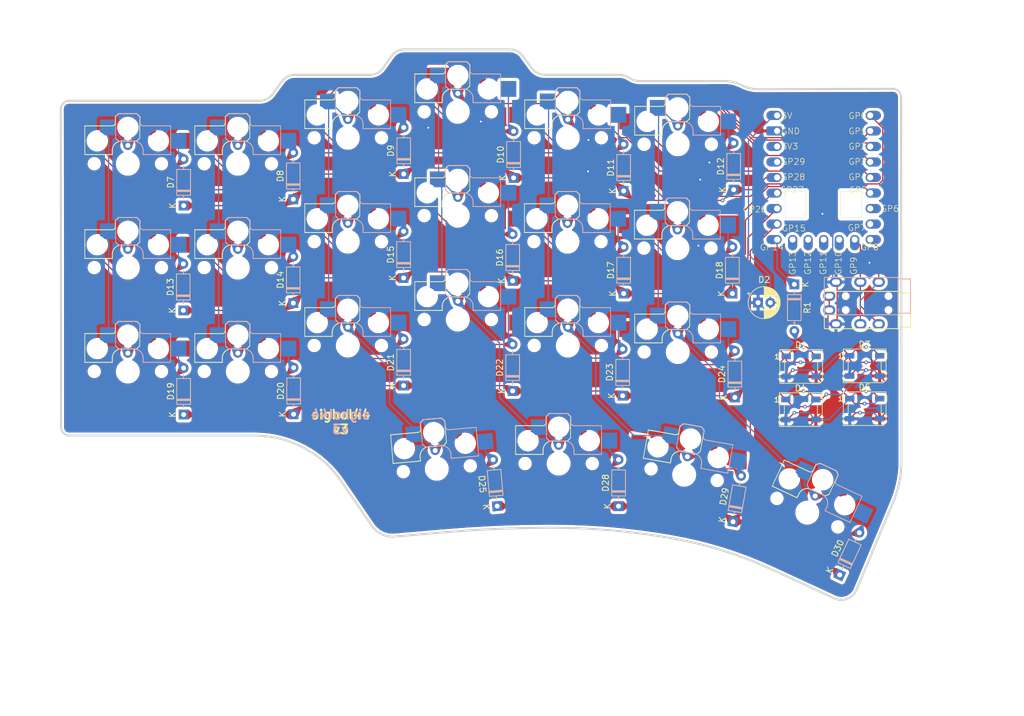
<source format=kicad_pcb>
(kicad_pcb (version 20241229) (generator "pcbnew") (generator_version "9.0")
  (layers (0 "F.Cu" signal) (2 "B.Cu" signal) (13 "F.Paste" user) (15 "B.Paste" user) (5 "F.SilkS" user "F.Silkscreen") (7 "B.SilkS" user "B.Silkscreen") (1 "F.Mask" user) (3 "B.Mask" user) (25 "Edge.Cuts" user))
  (net 0 "")
  (net 1 "Col 0")
  (net 2 "Col 1")
  (net 3 "Col 2")
  (net 4 "Col 3")
  (net 5 "Col 4")
  (net 6 "Col 5")
  (net 7 "Net-(D10-A)")
  (net 8 "Net-(D11-A)")
  (net 9 "Net-(D12-A)")
  (net 10 "Net-(D16-A)")
  (net 11 "Net-(D17-A)")
  (net 12 "Net-(D18-A)")
  (net 13 "Net-(D22-A)")
  (net 14 "Net-(D23-A)")
  (net 15 "Net-(D24-A)")
  (net 16 "Net-(D28-A)")
  (net 17 "Net-(D29-A)")
  (net 18 "Net-(D30-A)")
  (net 19 "Row 1")
  (net 20 "Row 2")
  (net 21 "Row 3")
  (net 22 "Row 0")
  (net 23 "Net-(D25-A)")
  (net 24 "TX")
  (net 25 "VCC")
  (net 26 "RX")
  (net 27 "GND")
  (net 28 "Net-(D1-DOUT)")
  (net 37 "Net-(D1-DIN)")
  (net 38 "Net-(D3-DOUT)")
  (net 39 "Net-(D4-DOUT)")
  (net 40 "LED_DIN")
  (net 41 "unconnected-(D5-DOUT-Pad2)")
  (net 42 "Net-(D7-A)")
  (net 43 "Net-(D8-A)")
  (net 44 "Net-(D9-A)")
  (net 45 "Net-(D13-A)")
  (net 46 "Net-(D14-A)")
  (net 47 "Net-(D15-A)")
  (net 48 "Net-(D19-A)")
  (net 49 "Net-(D20-A)")
  (net 50 "Net-(D21-A)")
  (footprint "sighol:Kailh_socket_PG1350 reversible HS-only" (layer "F.Cu") (at 135.633443 95.818165)
    (property "Reference" "CH28")
    (property "Value" "KS33_SW_HS")
  )
  (footprint "sighol:Kailh_socket_PG1350 reversible HS-only" (layer "F.Cu") (at 155.125 77.5625)
    (property "Reference" "CH24")
    (property "Value" "KS33_SW_HS")
  )
  (footprint "sighol:Kailh_socket_PG1350 reversible HS-only" (layer "F.Cu") (at 65.125 46.75)
    (property "Reference" "CH7")
    (property "Value" "KS33_SW_HS")
  )
  (footprint "sighol:D_DO-35_SOD27_P7.62mm_Horizontal" (layer "F.Cu") (at 92.197885 52.56 90)
    (property "Reference" "D8")
    (property "Value" "D_Small")
  )
  (footprint "sighol:D_DO-35_SOD27_P7.62mm_Horizontal" (layer "F.Cu") (at 146.265 51.192 90)
    (property "Reference" "D11")
    (property "Value" "D_Small")
  )
  (footprint "sighol:D_DO-35_SOD27_P7.62mm_Horizontal" (layer "F.Cu") (at 110.25 83.0575 90)
    (property "Reference" "D21")
    (property "Value" "D_Small")
  )
  (footprint "sighol:Kailh_socket_PG1350 reversible HS-only" (layer "F.Cu") (at 101.125 42.5)
    (property "Reference" "CH9")
    (property "Value" "KS33_SW_HS")
  )
  (footprint "sighol:Kailh_socket_PG1350 reversible HS-only" (layer "F.Cu") (at 137.125 76.5)
    (property "Reference" "CH23")
    (property "Value" "KS33_SW_HS")
  )
  (footprint "sighol:D_DO-35_SOD27_P7.62mm_Horizontal" (layer "F.Cu") (at 128.25 49.0575 90)
    (property "Reference" "D10")
    (property "Value" "D_Small")
  )
  (footprint "sighol:D_DO-35_SOD27_P7.62mm_Horizontal" (layer "F.Cu") (at 74.197885 70.7475 90)
    (property "Reference" "D13")
    (property "Value" "D_Small")
  )
  (footprint "sighol:Kailh_socket_PG1350 reversible HS-only" (layer "F.Cu") (at 83.125 80.75)
    (property "Reference" "CH20")
    (property "Value" "KS33_SW_HS")
  )
  (footprint "sighol:Kailh_socket_PG1350 reversible HS-only" (layer "F.Cu") (at 176.327543 103.847065 -25)
    (property "Reference" "CH30")
    (property "Value" "KS33_SW_HS")
  )
  (footprint "sighol:LED_WS2812B_PLCC4_5.0x5.0mm_P3.2mm_reversible" (layer "F.Cu") (at 175.315 79.932)
    (property "Reference" "D1")
    (property "Value" "WS2812B")
  )
  (footprint "sighol:Kailh_socket_PG1350 reversible HS-only" (layer "F.Cu") (at 137.072885 59.5)
    (property "Reference" "CH17")
    (property "Value" "KS33_SW_HS")
  )
  (footprint "sighol:D_DO-35_SOD27_P7.62mm_Horizontal" (layer "F.Cu") (at 74.25 53.6045 90)
    (property "Reference" "D7")
    (property "Value" "D_Small")
  )
  (footprint "sighol:Kailh_socket_PG1350 reversible HS-only" (layer "F.Cu") (at 155.125 43.5625)
    (property "Reference" "CH12")
    (property "Value" "KS33_SW_HS")
  )
  (footprint "sighol:Kailh_socket_PG1350 reversible HS-only" (layer "F.Cu") (at 137.125 42.5)
    (property "Reference" "CH11")
    (property "Value" "KS33_SW_HS")
  )
  (footprint "sighol:D_DO-35_SOD27_P7.62mm_Horizontal" (layer "F.Cu") (at 145.432843 102.792665 90)
    (property "Reference" "D28")
    (property "Value" "D_Small")
  )
  (footprint "sighol:Kailh_socket_PG1350 reversible HS-only" (layer "F.Cu") (at 155.072885 60.5625)
    (property "Reference" "CH18")
    (property "Value" "KS33_SW_HS")
  )
  (footprint "sighol:Kailh_socket_PG1350 reversible HS-only" (layer "F.Cu") (at 119.125 55.25)
    (property "Reference" "CH16")
    (property "Value" "KS33_SW_HS")
  )
  (footprint "sighol:D_DO-35_SOD27_P7.62mm_Horizontal" (layer "F.Cu") (at 164.465 84.992 90)
    (property "Reference" "D24")
    (property "Value" "D_Small")
  )
  (footprint "sighol:TRRS-PJ-320A" (layer "F.Cu") (at 191.210385 70.69 -90)
    (property "Reference" "J1")
    (property "Value" "AudioPlug4")
  )
  (footprint "sighol:D_DO-35_SOD27_P7.62mm_Horizontal" (layer "F.Cu") (at 110.265 48.435 90)
    (property "Reference" "D9")
    (property "Value" "D_Small")
  )
  (footprint "sighol:Kailh_socket_PG1350 reversible HS-only" (layer "F.Cu") (at 83.125 46.75)
    (property "Reference" "CH8")
    (property "Value" "KS33_SW_HS")
  )
  (footprint "sighol:LED_WS2812B_PLCC4_5.0x5.0mm_P3.2mm_reversible" (layer "F.Cu") (at 185.715 86.832)
    (property "Reference" "D5")
    (property "Value" "WS2812B")
  )
  (footprint "sighol:D_DO-35_SOD27_P7.62mm_Horizontal" (layer "F.Cu") (at 181.622668 114.035698 65)
    (property "Reference" "D30")
    (property "Value" "D_Small")
  )
  (footprint "sighol:D_DO-35_SOD27_P7.62mm_Horizontal" (layer "F.Cu") (at 164.065 67.992 90)
    (property "Reference" "D18")
    (property "Value" "D_Small")
  )
  (footprint "sighol:Kailh_socket_PG1350 reversible HS-only" (layer "F.Cu") (at 101.125 76.5)
    (property "Reference" "CH21")
    (property "Value" "KS33_SW_HS")
  )
  (footprint "sighol:Kailh_socket_PG1350 reversible HS-only" (layer "F.Cu") (at 119.125 38.25)
    (property "Reference" "CH10")
    (property "Value" "KS33_SW_HS")
  )
  (footprint "sighol:LED_WS2812B_PLCC4_5.0x5.0mm_P3.2mm_reversible" (layer "F.Cu") (at 185.715 79.832)
    (property "Reference" "D3")
    (property "Value" "WS2812B")
  )
  (footprint "sighol:LED_WS2812B_PLCC4_5.0x5.0mm_P3.2mm_reversible" (layer "F.Cu") (at 175.265 86.982)
    (property "Reference" "D4")
    (property "Value" "WS2812B")
  )
  (footprint "sighol:D_DO-35_SOD27_P7.62mm_Horizontal" (layer "F.Cu") (at 146.1 84.71 90)
    (property "Reference" "D23")
    (property "Value" "D_Small")
  )
  (footprint "sighol:Kailh_socket_PG1350 reversible HS-only" (layer "F.Cu") (at 83.125 63.75)
    (property "Reference" "CH14")
    (property "Value" "KS33_SW_HS")
  )
  (footprint "Capacitor_THT:CP_Radial_D5.0mm_P2.00mm" (layer "F.Cu") (at 168.265 69.482)
    (property "Reference" "D2")
    (property "Value" "D_Capacitance")
  )
  (footprint "sighol:Kailh_socket_PG1350 reversible HS-only" (layer "F.Cu") (at 119.125 72.25)
    (property "Reference" "CH22")
    (property "Value" "KS33_SW_HS")
  )
  (footprint "sighol:D_DO-35_SOD27_P7.62mm_Horizontal" (layer "F.Cu") (at 92.25 87.7475 90)
    (property "Reference" "D20")
    (property "Value" "D_Small")
  )
  (footprint "sighol:Kailh_socket_PG1350 reversible HS-only" (layer "F.Cu") (at 156.166443 97.642565 -10)
    (property "Reference" "CH29")
    (property "Value" "KS33_SW_HS")
  )
  (footprint "sighol:D_DO-35_SOD27_P7.62mm_Horizontal" (layer "F.Cu") (at 110.25 65.435 90)
    (property "Reference" "D15")
    (property "Value" "D_Small")
  )
  (footprint "sighol:D_DO-35_SOD27_P7.62mm_Horizontal" (layer "F.Cu") (at 164.171244 105.334783 80)
    (property "Reference" "D29")
    (property "Value" "D_Small")
  )
  (footprint "sighol:D_DO-35_SOD27_P7.62mm_Horizontal" (layer "F.Cu") (at 128.1 83.9375 90)
    (property "Reference" "D22")
    (property "Value" "D_Small")
  )
  (footprint "sighol:D_DO-35_SOD27_P7.62mm_Horizontal" (layer "F.Cu") (at 164.265 50.992 90)
    (property "Reference" "D12")
    (property "Value" "D_Small")
  )
  (footprint "sighol:Kailh_socket_PG1350 reversible HS-only" (layer "F.Cu") (at 65.125 63.75)
    (property "Reference" "CH13")
    (property "Value" "KS33_SW_HS")
  )
  (footprint "sighol:D_DO-35_SOD27_P7.62mm_Horizontal" (layer "F.Cu") (at 74.25 87.8045 90)
    (property "Reference" "D19")
    (property "Value" "D_Small")
  )
  (footprint "sighol:Kailh_socket_PG1350 reversible HS-only" (layer "F.Cu") (at 101.125 59.5)
    (property "Reference" "CH15")
    (property "Value" "KS33_SW_HS")
  )
  (footprint "sighol:D_DO-35_SOD27_P7.62mm_Horizontal" (layer "F.Cu") (at 125.564907 102.778167 95)
    (property "Reference" "D25")
    (property "Value" "D_Small")
  )
  (footprint "sighol:D_DO-35_SOD27_P7.62mm_Horizontal" (layer "F.Cu") (at 174.2 66.49 -90)
    (property "Reference" "R1")
    (property "Value" "R")
  )
  (footprint "sighol:Kailh_socket_PG1350 reversible HS-only" (layer "F.Cu") (at 65.125 80.75)
    (property "Reference" "CH19")
    (property "Value" "KS33_SW_HS")
  )
  (footprint "sighol:D_DO-35_SOD27_P7.62mm_Horizontal" (layer "F.Cu") (at 92.197885 69.56 90)
    (property "Reference" "D14")
    (property "Value" "D_Small")
  )
  (footprint "sighol:D_DO-35_SOD27_P7.62mm_Horizontal" (layer "F.Cu") (at 146.265 67.992 90)
    (property "Reference" "D17")
    (property "Value" "D_Small")
  )
  (footprint "sighol:RP2040 Zero" (layer "F.Cu") (at 179 49)
    (property "Reference" "RZ1" (hide yes))
    (property "Value" "RP2040-Zero" (hide yes))
    (fp_rect (start -6.3 2.25) (end -2.9 6.55) (stroke (width 0.05)) (fill no) (layer "Edge.Cuts"))
    (fp_rect (start 2.8 2.25) (end 6.2 6.55) (stroke (width 0.05)) (fill no) (layer "Edge.Cuts"))
  )
  (footprint "sighol:Kailh_socket_PG1350 reversible HS-only" (layer "F.Cu") (at 115.689543 96.671565 5)
    (property "Reference" "CH25")
    (property "Value" "KS33_SW_HS")
  )
  (footprint "sighol:D_DO-35_SOD27_P7.62mm_Horizontal" (layer "F.Cu") (at 128.1 65.91 90)
    (property "Reference" "D16")
    (property "Value" "D_Small")
  )
  (gr_poly (pts (xy 127.795073 28.031279) (xy 127.949673 28.045068) (xy 128.102394 28.067829) (xy 128.252884 28.099386) (xy 128.400789 28.139557) (xy 128.545754 28.188165) (xy 128.687426 28.245029) (xy 128.825452 28.309972) (xy 128.959477 28.382812) (xy 129.089148 28.463373) (xy 129.214112 28.551474) (xy 129.334014 28.646936) (xy 129.448502 28.74958) (xy 129.55722 28.859228) (xy 129.659816 28.975699) (xy 129.755936 29.098816) (xy 131.243186 31.124992) (xy 131.339306 31.248109) (xy 131.441902 31.364581) (xy 131.55062 31.474229) (xy 131.665107 31.576874) (xy 131.785008 31.672336) (xy 131.909971 31.760437) (xy 132.039642 31.840998) (xy 132.173667 31.913838) (xy 132.311692 31.97878) (xy 132.453364 32.035644) (xy 132.598329 32.084252) (xy 132.746234 32.124423) (xy 132.896724 32.155979) (xy 133.049447 32.178741) (xy 133.204048 32.192529) (xy 133.360174 32.197165) (xy 145.543345 32.197165) (xy 145.649119 32.199016) (xy 145.754537 32.204552) (xy 145.859505 32.213747) (xy 145.963933 32.226574) (xy 146.067727 32.243007) (xy 146.170797 32.263019) (xy 146.273049 32.286585) (xy 146.374393 32.313678) (xy 146.474735 32.344272) (xy 146.573984 32.37834) (xy 146.672048 32.415856) (xy 146.768835 32.456794) (xy 146.864253 32.501127) (xy 146.958209 32.548829) (xy 147.050612 32.599874) (xy 147.14137 32.654236) (xy 147.338376 32.77697) (xy 147.427133 32.830134) (xy 147.517499 32.880055) (xy 147.609384 32.926706) (xy 147.702699 32.970063) (xy 147.797354 33.010099) (xy 147.893258 33.046789) (xy 147.990321 33.080107) (xy 148.088453 33.110027) (xy 148.187564 33.136524) (xy 148.287565 33.159571) (xy 148.388365 33.179144) (xy 148.489874 33.195215) (xy 148.592002 33.20776) (xy 148.694659 33.216753) (xy 148.797755 33.222168) (xy 148.901201 33.22398) (xy 162.851893 33.22398) (xy 163.01593 33.226266) (xy 163.179615 33.23311) (xy 163.342858 33.244492) (xy 163.505564 33.260391) (xy 163.667643 33.280785) (xy 163.829002 33.305653) (xy 163.989548 33.334976) (xy 164.149189 33.368732) (xy 164.307834 33.4069) (xy 164.465389 33.449459) (xy 164.621763 33.496389) (xy 164.776863 33.547669) (xy 164.930597 33.603277) (xy 165.082873 33.663193) (xy 165.233598 33.727396) (xy 165.38268 33.795865) (xy 165.789437 33.989588) (xy 165.938495 34.05803) (xy 166.089206 34.122176) (xy 166.241474 34.182005) (xy 166.395208 34.237498) (xy 166.550312 34.288632) (xy 166.706695 34.335387) (xy 166.864261 34.377742) (xy 167.022918 34.415676) (xy 167.182571 34.449167) (xy 167.343128 34.478195) (xy 167.504495 34.502739) (xy 167.666579 34.522778) (xy 167.829285 34.53829) (xy 167.99252 34.549255) (xy 168.15619 34.555652) (xy 168.320203 34.55746) (xy 190.330033 34.49124) (xy 190.39595 34.492677) (xy 190.461427 34.497356) (xy 190.526358 34.505232) (xy 190.59063 34.516259) (xy 190.654136 34.530394) (xy 190.716767 34.547591) (xy 190.778412 34.567805) (xy 190.838963 34.590991) (xy 190.898311 34.617104) (xy 190.956345 34.6461) (xy 191.012957 34.677933) (xy 191.068038 34.712559) (xy 191.121478 34.749932) (xy 191.173169 34.790008) (xy 191.222999 34.832742) (xy 191.270862 34.878088) (xy 191.316416 34.925753) (xy 191.359367 34.975397) (xy 191.399668 35.026913) (xy 191.437275 35.08019) (xy 191.472141 35.135121) (xy 191.504222 35.191595) (xy 191.533471 35.249503) (xy 191.559845 35.308737) (xy 191.583295 35.369188) (xy 191.603779 35.430745) (xy 191.62125 35.493301) (xy 191.635662 35.556746) (xy 191.64697 35.62097) (xy 191.65513 35.685866) (xy 191.660094 35.751323) (xy 191.661819 35.817232) (xy 191.74192 95.346878) (xy 191.737126 95.779435) (xy 191.721606 96.21127) (xy 191.695399 96.642189) (xy 191.658544 97.071997) (xy 191.611079 97.500498) (xy 191.553043 97.927499) (xy 191.484476 98.352803) (xy 191.405416 98.776216) (xy 191.315902 99.197543) (xy 191.215973 99.616588) (xy 191.105669 100.033157) (xy 190.985027 100.447056) (xy 190.854087 100.858088) (xy 190.712887 101.266059) (xy 190.561467 101.670774) (xy 190.399865 102.072038) (xy 184.402598 116.445438) (xy 184.34606 116.571815) (xy 184.283481 116.694603) (xy 184.215046 116.813623) (xy 184.14094 116.928692) (xy 184.061349 117.039629) (xy 183.976459 117.146254) (xy 183.886455 117.248385) (xy 183.791523 117.345841) (xy 183.691848 117.43844) (xy 183.587616 117.526002) (xy 183.479012 117.608345) (xy 183.366222 117.685288) (xy 183.249431 117.75665) (xy 183.128825 117.82225) (xy 183.00459 117.881906) (xy 182.876911 117.935438) (xy 182.746681 117.982425) (xy 182.614843 118.022573) (xy 182.481655 118.055888) (xy 182.347377 118.082378) (xy 182.212268 118.102052) (xy 182.076588 118.114917) (xy 181.940595 118.120981) (xy 181.804548 118.120252) (xy 181.668707 118.112738) (xy 181.533331 118.098446) (xy 181.398679 118.077386) (xy 181.265011 118.049564) (xy 181.132584 118.014989) (xy 181.00166 117.973668) (xy 180.872495 117.925609) (xy 180.745351 117.870821) (xy 170.364325 113.081605) (xy 168.433854 112.228665) (xy 166.478303 111.439344) (xy 164.499257 110.714136) (xy 162.498298 110.053535) (xy 160.477007 109.458034) (xy 158.436968 108.928128) (xy 156.379763 108.46431) (xy 154.306974 108.067073) (xy 153.975905 108.009164) (xy 151.536494 107.609966) (xy 149.089808 107.2643) (xy 146.636731 106.972243) (xy 144.178149 106.733869) (xy 141.714948 106.549256) (xy 139.248013 106.418479) (xy 136.778229 106.341615) (xy 134.306482 106.318739) (xy 133.796053 106.319439) (xy 129.562107 106.37143) (xy 125.330743 106.513174) (xy 121.103336 106.744607) (xy 116.881262 107.065667) (xy 108.812424 107.76536) (xy 108.672602 107.775122) (xy 108.53315 107.780163) (xy 108.39417 107.780531) (xy 108.255764 107.776275) (xy 107.981077 107.754079) (xy 107.709902 107.713959) (xy 107.44305 107.6563) (xy 107.181331 107.581484) (xy 106.925559 107.489896) (xy 106.676544 107.38192) (xy 106.435099 107.257939) (xy 106.202034 107.118337) (xy 105.978162 106.963498) (xy 105.764294 106.793807) (xy 105.561241 106.609645) (xy 105.369815 106.411399) (xy 105.278716 106.307113) (xy 105.190829 106.19945) (xy 105.106253 106.088458) (xy 105.025092 105.974184) (xy 100.035507 98.692873) (xy 99.411244 97.839372) (xy 98.740364 97.03124) (xy 98.025408 96.269814) (xy 97.268913 95.556432) (xy 96.473418 94.892433) (xy 95.641462 94.279153) (xy 94.775584 93.717931) (xy 93.878322 93.210104) (xy 92.952215 92.757012) (xy 91.999802 92.35999) (xy 91.023622 92.020378) (xy 90.026213 91.739513) (xy 89.010114 91.518733) (xy 87.977863 91.359376) (xy 86.932001 91.26278) (xy 85.875064 91.230283) (xy 55.532802 91.230283) (xy 55.464342 91.228553) (xy 55.396779 91.223419) (xy 55.330196 91.214963) (xy 55.264679 91.203271) (xy 55.20031 91.188424) (xy 55.137172 91.170506) (xy 55.07535 91.149602) (xy 55.014926 91.125794) (xy 54.955985 91.099165) (xy 54.89861 91.0698) (xy 54.842884 91.037782) (xy 54.788891 91.003193) (xy 54.736714 90.966119) (xy 54.686438 90.926641) (xy 54.638145 90.884844) (xy 54.591919 90.840811) (xy 54.547843 90.794625) (xy 54.506002 90.746371) (xy 54.466478 90.69613) (xy 54.429356 90.643988) (xy 54.394718 90.590026) (xy 54.362649 90.53433) (xy 54.333231 90.476981) (xy 54.306549 90.418065) (xy 54.282685 90.357663) (xy 54.261724 90.29586) (xy 54.243749 90.232738) (xy 54.228843 90.168383) (xy 54.21709 90.102876) (xy 54.208574 90.036301) (xy 54.203378 89.968743) (xy 54.201585 89.900283) (xy 54.15385 37.78) (xy 54.155425 37.714069) (xy 54.16024 37.648582) (xy 54.168251 37.58365) (xy 54.179411 37.519381) (xy 54.193676 37.455884) (xy 54.211001 37.393269) (xy 54.231341 37.331645) (xy 54.25465 37.27112) (xy 54.280883 37.211805) (xy 54.309996 37.153807) (xy 54.341944 37.097237) (xy 54.37668 37.042204) (xy 54.41416 36.988816) (xy 54.454339 36.937183) (xy 54.497172 36.887414) (xy 54.542613 36.839618) (xy 54.590368 36.794133) (xy 54.640098 36.751255) (xy 54.691694 36.71103) (xy 54.745047 36.673501) (xy 54.800049 36.638715) (xy 54.856589 36.606716) (xy 54.914559 36.57755) (xy 54.973849 36.551263) (xy 55.034352 36.527899) (xy 55.095957 36.507503) (xy 55.158555 36.490121) (xy 55.222038 36.475798) (xy 55.286297 36.464579) (xy 55.351221 36.45651) (xy 55.416703 36.451635) (xy 55.482633 36.45) (xy 86.667856 36.45) (xy 86.823968 36.445361) (xy 86.978553 36.431565) (xy 87.131258 36.40879) (xy 87.281727 36.377216) (xy 87.429607 36.337023) (xy 87.574545 36.288389) (xy 87.716185 36.231496) (xy 87.854175 36.166521) (xy 87.988159 36.093644) (xy 88.117784 36.013045) (xy 88.242697 35.924904) (xy 88.362542 35.829399) (xy 88.476965 35.72671) (xy 88.585614 35.617017) (xy 88.688134 35.500499) (xy 88.78417 35.377335) (xy 90.323626 33.277237) (xy 90.419662 33.154073) (xy 90.522182 33.037555) (xy 90.630831 32.927862) (xy 90.745254 32.825173) (xy 90.865099 32.729667) (xy 90.990011 32.641525) (xy 91.119637 32.560926) (xy 91.253621 32.488049) (xy 91.39161 32.423074) (xy 91.53325 32.366179) (xy 91.678187 32.317546) (xy 91.826067 32.277352) (xy 91.976536 32.245778) (xy 92.129239 32.223003) (xy 92.283824 32.209206) (xy 92.439935 32.204567) (xy 104.748569 32.204562) (xy 104.904378 32.199865) (xy 105.058618 32.185897) (xy 105.210927 32.162845) (xy 105.360942 32.130897) (xy 105.508302 32.090237) (xy 105.652644 32.041054) (xy 105.793606 31.983533) (xy 105.930827 31.917861) (xy 106.063943 31.844225) (xy 106.192593 31.762812) (xy 106.316415 31.673807) (xy 106.435046 31.577398) (xy 106.548125 31.473772) (xy 106.655288 31.363114) (xy 106.756175 31.245612) (xy 106.850423 31.121451) (xy 108.28409 29.109607) (xy 108.284086 29.109628) (xy 108.284082 29.109649) (xy 108.284073 29.10969) (xy 108.284063 29.10973) (xy 108.284059 29.10975) (xy 108.284055 29.109769) (xy 108.378302 28.985609) (xy 108.479189 28.868106) (xy 108.586352 28.757448) (xy 108.69943 28.65382) (xy 108.81806 28.557411) (xy 108.941881 28.468405) (xy 109.070531 28.386991) (xy 109.203646 28.313354) (xy 109.340866 28.247681) (xy 109.481828 28.190159) (xy 109.626169 28.140974) (xy 109.773529 28.100313) (xy 109.923544 28.068363) (xy 110.075853 28.04531) (xy 110.230094 28.031341) (xy 110.385904 28.026643) (xy 127.638948 28.026643)) (stroke (width 0.352448)) (fill no) (layer "Edge.Cuts"))
  (gr_text "sighol44\nv3" (at 100 91.1 0) (layer "F.SilkS") (effects (font (size 1.5 1.5) (thickness 0.3) (bold yes)) (justify bottom)))
  (gr_text "sighol44\nv3" (at 99.9 91.1 -0) (layer "B.SilkS") (effects (font (size 1.5 1.5) (thickness 0.3) (bold yes)) (justify bottom mirror)))
  (segment (start 188.671 40.891) (end 186.62 38.84) (width 0.2) (layer "F.Cu") (net 1))
  (segment (start 145.4376 44.9665) (end 152.5641 52.093) (width 0.2) (layer "F.Cu") (net 1))
  (segment (start 68.075 74.8) (end 65.125 77.75) (width 0.2) (layer "F.Cu") (net 1))
  (segment (start 96.014385 44.9665) (end 145.4376 44.9665) (width 0.2) (layer "F.Cu") (net 1))
  (segment (start 68.4 40.8) (end 68.075 40.8) (width 0.2) (layer "F.Cu") (net 1))
  (segment (start 68.4 40.8) (end 68.952209 40.247791) (width 0.2) (layer "F.Cu") (net 1))
  (segment (start 89.980885 51) (end 96.014385 44.9665) (width 0.2) (layer "F.Cu") (net 1))
  (segment (start 68.4 57.8) (end 68.4 56.3) (width 0.2) (layer "F.Cu") (net 1))
  (segment (start 68.075 40.8) (end 65.125 43.75) (width 0.2) (layer "F.Cu") (net 1))
  (segment (start 68.4 56.3) (end 73.7 51) (width 0.2) (layer "F.Cu") (net 1))
  (segment (start 188.055338 50.051) (end 188.671 49.435338) (width 0.2) (layer "F.Cu") (net 1))
  (segment (start 152.5641 52.093) (end 167.021985 52.093) (width 0.2) (layer "F.Cu") (net 1))
  (segment (start 167.021985 52.093) (end 169.063985 50.051) (width 0.2) (layer "F.Cu") (net 1))
  (segment (start 68.075 57.8) (end 65.125 60.75) (width 0.2) (layer "F.Cu") (net 1))
  (segment (start 188.671 49.435338) (end 188.671 40.891) (width 0.2) (layer "F.Cu") (net 1))
  (segment (start 68.4 57.8) (end 68.075 57.8) (width 0.2) (layer "F.Cu") (net 1))
  (segment (start 68.4 74.8) (end 68.075 74.8) (width 0.2) (layer "F.Cu") (net 1))
  (segment (start 169.063985 50.051) (end 188.055338 50.051) (width 0.2) (layer "F.Cu") (net 1))
  (segment (start 73.7 51) (end 89.980885 51) (width 0.2) (layer "F.Cu") (net 1))
  (segment (start 61.85 74.8) (end 62.175 74.8) (width 0.2) (layer "B.Cu") (net 1))
  (segment (start 61.85 57.8) (end 61.976 57.926) (width 0.2) (layer "B.Cu") (net 1))
  (segment (start 62.175 57.8) (end 65.125 60.75) (width 0.2) (layer "B.Cu") (net 1))
  (segment (start 61.976 57.674) (end 61.85 57.8) (width 0.2) (layer "B.Cu") (net 1))
  (segment (start 61.976 57.926) (end 61.976 74.674) (width 0.2) (layer "B.Cu") (net 1))
  (segment (start 61.85 40.8) (end 62.175 40.8) (width 0.2) (layer "B.Cu") (net 1))
  (segment (start 62.175 40.8) (end 65.125 43.75) (width 0.2) (layer "B.Cu") (net 1))
  (segment (start 61.85 57.8) (end 62.175 57.8) (width 0.2) (layer "B.Cu") (net 1))
  (segment (start 61.976 74.674) (end 61.85 74.8) (width 0.2) (layer "B.Cu") (net 1))
  (segment (start 61.85 40.8) (end 61.976 40.926) (width 0.2) (layer "B.Cu") (net 1))
  (segment (start 61.976 40.926) (end 61.976 57.674) (width 0.2) (layer "B.Cu") (net 1))
  (segment (start 62.175 74.8) (end 65.125 77.75) (width 0.2) (layer "B.Cu") (net 1))
  (segment (start 86.4 74.8) (end 86.075 74.8) (width 0.2) (layer "F.Cu") (net 2))
  (segment (start 86.075 40.8) (end 83.125 43.75) (width 0.2) (layer "F.Cu") (net 2))
  (segment (start 167.5917 42.468) (end 185.532 42.468) (width 0.2) (layer "F.Cu") (net 2))
  (segment (start 86.4 57.8) (end 86.075 57.8) (width 0.2) (layer "F.Cu") (net 2))
  (segment (start 159.0207 33.897) (end 167.5917 42.468) (width 0.2) (layer "F.Cu") (net 2))
  (segment (start 105.3589 34.699) (end 110.0099 30.048) (width 0.2) (layer "F.Cu") (net 2))
  (segment (start 86.075 74.8) (end 83.125 77.75) (width 0.2) (layer "F.Cu") (net 2))
  (segment (start 98.948885 34.699) (end 105.3589 34.699) (width 0.2) (layer "F.Cu") (net 2))
  (segment (start 86.4 40.8) (end 91.05 36.15) (width 0.2) (layer "F.Cu") (net 2))
  (segment (start 132.752291 33.897) (end 159.0207 33.897) (width 0.2) (layer "F.Cu") (net 2))
  (segment (start 128.903291 30.048) (end 132.752291 33.897) (width 0.2) (layer "F.Cu") (net 2))
  (segment (start 185.532 42.468) (end 186.62 41.38) (width 0.2) (layer "F.Cu") (net 2))
  (segment (start 86.4 40.8) (end 86.075 40.8) (width 0.2) (layer "F.Cu") (net 2))
  (segment (start 91.05 36.15) (end 97.497885 36.15) (width 0.2) (layer "F.Cu") (net 2))
  (segment (start 86.075 57.8) (end 83.125 60.75) (width 0.2) (layer "F.Cu") (net 2))
  (segment (start 110.0099 30.048) (end 128.903291 30.048) (width 0.2) (layer "F.Cu") (net 2))
  (segment (start 97.497885 36.15) (end 98.948885 34.699) (width 0.2) (layer "F.Cu") (net 2))
  (segment (start 80.175 57.8) (end 83.125 60.75) (width 0.2) (layer "B.Cu") (net 2))
  (segment (start 80.175 74.8) (end 83.125 77.75) (width 0.2) (layer "B.Cu") (net 2))
  (segment (start 79.85 57.8) (end 79.976 57.926) (width 0.2) (layer "B.Cu") (net 2))
  (segment (start 79.85 57.8) (end 80.175 57.8) (width 0.2) (layer "B.Cu") (net 2))
  (segment (start 79.976 57.674) (end 79.85 57.8) (width 0.2) (layer "B.Cu") (net 2))
  (segment (start 79.85 40.8) (end 80.175 40.8) (width 0.2) (layer "B.Cu") (net 2))
  (segment (start 79.85 40.8) (end 79.976 40.926) (width 0.2) (layer "B.Cu") (net 2))
  (segment (start 79.976 74.674) (end 79.85 74.8) (width 0.2) (layer "B.Cu") (net 2))
  (segment (start 79.85 74.8) (end 80.175 74.8) (width 0.2) (layer "B.Cu") (net 2))
  (segment (start 79.976 57.926) (end 79.976 74.674) (width 0.2) (layer "B.Cu") (net 2))
  (segment (start 79.976 40.926) (end 79.976 57.674) (width 0.2) (layer "B.Cu") (net 2))
  (segment (start 80.175 40.8) (end 83.125 43.75) (width 0.2) (layer "B.Cu") (net 2))
  (segment (start 174.516885 42.869) (end 174.997885 43.35) (width 0.2) (layer "F.Cu") (net 3))
  (segment (start 110.176 30.449) (end 128.737191 30.449) (width 0.2) (layer "F.Cu") (net 3))
  (segment (start 132.586191 34.298) (end 158.8546 34.298) (width 0.2) (layer "F.Cu") (net 3))
  (segment (start 158.8546 34.298) (end 167.4256 42.869) (width 0.2) (layer "F.Cu") (net 3))
  (segment (start 104.4 36.55) (end 104.075 36.55) (width 0.2) (layer "F.Cu") (net 3))
  (segment (start 174.997885 43.35) (end 186.05 43.35) (width 0.2) (layer "F.Cu") (net 3))
  (segment (start 128.737191 30.449) (end 132.586191 34.298) (width 0.2) (layer "F.Cu") (net 3))
  (segment (start 118.433504 90.677553) (end 115.428076 93.682981) (width 0.2) (layer "F.Cu") (net 3))
  (segment (start 104.075 36.55) (end 101.125 39.5) (width 0.2) (layer "F.Cu") (net 3))
  (segment (start 104.4 53.55) (end 104.075 53.55) (width 0.2) (layer "F.Cu") (net 3))
  (segment (start 101.125 39.5) (end 110.176 30.449) (width 0.2) (layer "F.Cu") (net 3))
  (segment (start 118.433504 90.458771) (end 118.433504 90.677553) (width 0.2) (layer "F.Cu") (net 3))
  (segment (start 186.05 43.35) (end 186.62 43.92) (width 0.2) (layer "F.Cu") (net 3))
  (segment (start 104.075 70.55) (end 101.125 73.5) (width 0.2) (layer "F.Cu") (net 3))
  (segment (start 104.4 70.55) (end 104.075 70.55) (width 0.2) (layer "F.Cu") (net 3))
  (segment (start 104.075 53.55) (end 101.125 56.5) (width 0.2) (layer "F.Cu") (net 3))
  (segment (start 167.4256 42.869) (end 174.516885 42.869) (width 0.2) (layer "F.Cu") (net 3))
  (segment (start 97.85 53.55) (end 97.976 53.676) (width 0.2) (layer "B.Cu") (net 3))
  (segment (start 97.976 70.424) (end 97.85 70.55) (width 0.2) (layer "B.Cu") (net 3))
  (segment (start 97.85 36.55) (end 97.976 36.676) (width 0.2) (layer "B.Cu") (net 3))
  (segment (start 97.85 53.55) (end 98.175 53.55) (width 0.2) (layer "B.Cu") (net 3))
  (segment (start 112.774737 91.029642) (end 115.428076 93.682981) (width 0.2) (layer "B.Cu") (net 3))
  (segment (start 107.947885 80.322885) (end 107.947885 86.0625) (width 0.2) (layer "B.Cu") (net 3))
  (segment (start 111.908429 91.029642) (end 112.774737 91.029642) (width 0.2) (layer "B.Cu") (net 3))
  (segment (start 98.175 53.55) (end 101.125 56.5) (width 0.2) (layer "B.Cu") (net 3))
  (segment (start 98.175 70.55) (end 101.125 73.5) (width 0.2) (layer "B.Cu") (net 3))
  (segment (start 101.125 73.5) (end 107.947885 80.322885) (width 0.2) (layer "B.Cu") (net 3))
  (segment (start 111.908429 90.023044) (end 111.908429 91.029642) (width 0.2) (layer "B.Cu") (net 3))
  (segment (start 97.976 53.424) (end 97.85 53.55) (width 0.2) (layer "B.Cu") (net 3))
  (segment (start 98.175 36.55) (end 101.125 39.5) (width 0.2) (layer "B.Cu") (net 3))
  (segment (start 107.947885 86.0625) (end 111.908429 90.023044) (width 0.2) (layer "B.Cu") (net 3))
  (segment (start 97.85 70.55) (end 98.175 70.55) (width 0.2) (layer "B.Cu") (net 3))
  (segment (start 97.976 53.676) (end 97.976 70.424) (width 0.2) (layer "B.Cu") (net 3))
  (segment (start 97.976 36.676) (end 97.976 53.424) (width 0.2) (layer "B.Cu") (net 3))
  (segment (start 97.85 36.55) (end 98.175 36.55) (width 0.2) (layer "B.Cu") (net 3))
  (segment (start 134.158291 36.899) (end 136.358291 34.699) (width 0.2) (layer "F.Cu") (net 4))
  (segment (start 122.075 32.3) (end 119.125 35.25) (width 0.2) (layer "F.Cu") (net 4))
  (segment (start 122.4 32.3) (end 122.075 32.3) (width 0.2) (layer "F.Cu") (net 4))
  (segment (start 185.569 45.409) (end 186.62 46.46) (width 0.2) (layer "F.Cu") (net 4))
  (segment (start 122.4 66.3) (end 122.075 66.3) (width 0.2) (layer "F.Cu") (net 4))
  (segment (start 138.583443 89.868165) (end 135.633443 92.818165) (width 0.2) (layer "F.Cu") (net 4))
  (segment (start 122.075 49.3) (end 119.125 52.25) (width 0.2) (layer "F.Cu") (net 4))
  (segment (start 120.774 36.899) (end 134.158291 36.899) (width 0.2) (layer "F.Cu") (net 4))
  (segment (start 136.358291 34.699) (end 158.6885 34.699) (width 0.2) (layer "F.Cu") (net 4))
  (segment (start 169.3985 45.409) (end 185.569 45.409) (width 0.2) (layer "F.Cu") (net 4))
  (segment (start 122.075 66.3) (end 119.125 69.25) (width 0.2) (layer "F.Cu") (net 4))
  (segment (start 119.125 35.25) (end 120.774 36.899) (width 0.2) (layer "F.Cu") (net 4))
  (segment (start 138.908443 89.868165) (end 138.583443 89.868165) (width 0.2) (layer "F.Cu") (net 4))
  (segment (start 158.6885 34.699) (end 169.3985 45.409) (width 0.2) (layer "F.Cu") (net 4))
  (segment (start 122.4 49.3) (end 122.075 49.3) (width 0.2) (layer "F.Cu") (net 4))
  (segment (start 125.947885 76.072885) (end 125.947885 85) (width 0.2) (layer "B.Cu") (net 4))
  (segment (start 132.358443 89.868165) (end 132.683443 89.868165) (width 0.2) (layer "B.Cu") (net 4))
  (segment (start 125.947885 85) (end 130.81605 89.868165) (width 0.2) (layer "B.Cu") (net 4))
  (segment (start 132.683443 89.868165) (end 135.633443 92.818165) (width 0.2) (layer "B.Cu") (net 4))
  (segment (start 119.125 69.25) (end 125.947885 76.072885) (width 0.2) (layer "B.Cu") (net 4))
  (segment (start 115.976 49.174) (end 115.85 49.3) (width 0.2) (layer "B.Cu") (net 4))
  (segment (start 115.85 32.3) (end 115.976 32.426) (width 0.2) (layer "B.Cu") (net 4))
  (segment (start 115.85 32.3) (end 116.175 32.3) (width 0.2) (layer "B.Cu") (net 4))
  (segment (start 115.85 49.3) (end 116.497885 49.947885) (width 0.2) (layer "B.Cu") (net 4))
  (segment (start 115.976 32.426) (end 115.976 49.174) (width 0.2) (layer "B.Cu") (net 4))
  (segment (start 116.497885 65.652115) (end 115.85 66.3) (width 0.2) (layer "B.Cu") (net 4))
  (segment (start 115.85 49.3) (end 116.175 49.3) (width 0.2) (layer "B.Cu") (net 4))
  (segment (start 130.81605 89.868165) (end 132.358443 89.868165) (width 0.2) (layer "B.Cu") (net 4))
  (segment (start 116.175 32.3) (end 119.125 35.25) (width 0.2) (layer "B.Cu") (net 4))
  (segment (start 116.175 66.3) (end 119.125 69.25) (width 0.2) (layer "B.Cu") (net 4))
  (segment (start 115.85 66.3) (end 116.175 66.3) (width 0.2) (layer "B.Cu") (net 4))
  (segment (start 116.497885 49.947885) (end 116.497885 65.652115) (width 0.2) (layer "B.Cu") (net 4))
  (segment (start 116.175 49.3) (end 119.125 52.25) (width 0.2) (layer "B.Cu") (net 4))
  (segment (start 137.125 39.5) (end 138.26305 40.63805) (width 0.2) (layer "F.Cu") (net 5))
  (segment (start 140.022885 53.55) (end 137.072885 56.5) (width 0.2) (layer "F.Cu") (net 5))
  (segment (start 143.976 40.63805) (end 145.80895 42.471) (width 0.2) (layer "F.Cu") (net 5))
  (segment (start 140.075 70.55) (end 137.125 73.5) (width 0.2) (layer "F.Cu") (net 5))
  (segment (start 160.424895 92.351657) (end 158.08841 94.688142) (width 0.2) (layer "F.Cu") (net 5))
  (segment (start 140.4 70.55) (end 140.075 70.55) (width 0.2) (layer "F.Cu") (net 5))
  (segment (start 138.26305 40.63805) (end 143.976 40.63805) (width 0.2) (layer "F.Cu") (net 5))
  (segment (start 146.72105 42.471) (end 152.19905 47.949) (width 0.2) (layer "F.Cu") (net 5))
  (segment (start 145.80895 42.471) (end 146.72105 42.471) (width 0.2) (layer "F.Cu") (net 5))
  (segment (start 140.4 36.55) (end 140.075 36.55) (width 0.2) (layer "F.Cu") (net 5))
  (segment (start 152.19905 47.949) (end 185.569 47.949) (width 0.2) (layer "F.Cu") (net 5))
  (segment (start 140.075 36.55) (end 137.125 39.5) (width 0.2) (layer "F.Cu") (net 5))
  (segment (start 158.08841 94.688142) (end 156.687389 94.688142) (width 0.2) (layer "F.Cu") (net 5))
  (segment (start 140.347885 53.55) (end 140.022885 53.55) (width 0.2) (layer "F.Cu") (net 5))
  (segment (start 185.569 47.949) (end 186.62 49) (width 0.2) (layer "F.Cu") (net 5))
  (segment (start 134.175 70.55) (end 137.125 73.5) (width 0.2) (layer "B.Cu") (net 5))
  (segment (start 133.923885 70.476115) (end 133.85 70.55) (width 0.2) (layer "B.Cu") (net 5))
  (segment (start 137.125 73.5) (end 141.697885 78.072885) (width 0.2) (layer "B.Cu") (net 5))
  (segment (start 134.122885 53.55) (end 137.072885 56.5) (width 0.2) (layer "B.Cu") (net 5))
  (segment (start 133.797885 53.55) (end 134.122885 53.55) (width 0.2) (layer "B.Cu") (net 5))
  (segment (start 133.976 53.371885) (end 133.797885 53.55) (width 0.2) (layer "B.Cu") (net 5))
  (segment (start 133.85 36.55) (end 133.976 36.676) (width 0.2) (layer "B.Cu") (net 5))
  (segment (start 133.797885 53.55) (end 133.923885 53.676) (width 0.2) (layer "B.Cu") (net 5))
  (segment (start 141.697885 85) (end 147.912146 91.214261) (width 0.2) (layer "B.Cu") (net 5))
  (segment (start 133.976 36.676) (end 133.976 53.371885) (width 0.2) (layer "B.Cu") (net 5))
  (segment (start 153.974404 91.214261) (end 153.974404 91.975157) (width 0.2) (layer "B.Cu") (net 5))
  (segment (start 133.85 70.55) (end 134.175 70.55) (width 0.2) (layer "B.Cu") (net 5))
  (segment (start 147.912146 91.214261) (end 153.974404 91.214261) (width 0.2) (layer "B.Cu") (net 5))
  (segment (start 153.974404 91.975157) (end 156.687389 94.688142) (width 0.2) (layer "B.Cu") (net 5))
  (segment (start 133.923885 53.676) (end 133.923885 70.476115) (width 0.2) (layer "B.Cu") (net 5))
  (segment (start 133.85 36.55) (end 134.175 36.55) (width 0.2) (layer "B.Cu") (net 5))
  (segment (start 134.175 36.55) (end 137.125 39.5) (width 0.2) (layer "B.Cu") (net 5))
  (segment (start 141.697885 78.072885) (end 141.697885 85) (width 0.2) (layer "B.Cu") (net 5))
  (segment (start 158.4 71.6125) (end 158.075 71.6125) (width 0.2) (layer "F.Cu") (net 6))
  (segment (start 158.075 71.6125) (end 155.125 74.5625) (width 0.2) (layer "F.Cu") (net 6))
  (segment (start 158.075 37.6125) (end 155.125 40.5625) (width 0.2) (layer "F.Cu") (net 6))
  (segment (start 158.4 37.6125) (end 158.075 37.6125) (width 0.2) (layer "F.Cu") (net 6))
  (segment (start 180.520746 101.128142) (end 177.595398 101.128142) (width 0.2) (layer "F.Cu") (net 6))
  (segment (start 185.569 50.489) (end 186.62 51.54) (width 0.2) (layer "F.Cu") (net 6))
  (segment (start 158.347885 54.6125) (end 165.821162 54.6125) (width 0.2) (layer "F.Cu") (net 6))
  (segment (start 158.4 54.6125) (end 158.075 54.6125) (width 0.2) (layer "F.Cu") (net 6))
  (segment (start 169.944662 50.489) (end 185.569 50.489) (width 0.2) (layer "F.Cu") (net 6))
  (segment (start 158.075 54.6125) (end 155.125 57.5625) (width 0.2) (layer "F.Cu") (net 6))
  (segment (start 165.821162 54.6125) (end 169.944662 50.489) (width 0.2) (layer "F.Cu") (net 6))
  (segment (start 181.81028 99.838608) (end 180.520746 101.128142) (width 0.2) (layer "F.Cu") (net 6))
  (segment (start 151.85 37.6125) (end 151.976 37.7385) (width 0.2) (layer "B.Cu") (net 6))
  (segment (start 151.976 54.434385) (end 151.797885 54.6125) (width 0.2) (layer "B.Cu") (net 6))
  (segment (start 151.923885 54.7385) (end 151.923885 71.538615) (width 0.2) (layer "B.Cu") (net 6))
  (segment (start 152.175 71.6125) (end 155.125 74.5625) (width 0.2) (layer "B.Cu") (net 6))
  (segment (start 151.85 71.6125) (end 152.175 71.6125) (width 0.2) (layer "B.Cu") (net 6))
  (segment (start 151.85 37.6125) (end 152.175 37.6125) (width 0.2) (layer "B.Cu") (net 6))
  (segment (start 152.175 54.6125) (end 155.125 57.5625) (width 0.2) (layer "B.Cu") (net 6))
  (segment (start 151.976 37.7385) (end 151.976 54.434385) (width 0.2) (layer "B.Cu") (net 6))
  (segment (start 161.947885 85) (end 173.040111 96.092226) (width 0.2) (layer "B.Cu") (net 6))
  (segment (start 155.125 74.5625) (end 161.947885 81.385385) (width 0.2) (layer "B.Cu") (net 6))
  (segment (start 161.947885 81.385385) (end 161.947885 85) (width 0.2) (layer "B.Cu") (net 6))
  (segment (start 173.040111 96.092226) (end 174.895731 96.092226) (width 0.2) (layer "B.Cu") (net 6))
  (segment (start 175.873964 97.070459) (end 175.873964 99.406708) (width 0.2) (layer "B.Cu") (net 6))
  (segment (start 174.895731 96.092226) (end 175.873964 97.070459) (width 0.2) (layer "B.Cu") (net 6))
  (segment (start 175.873964 99.406708) (end 177.595398 101.128142) (width 0.2) (layer "B.Cu") (net 6))
  (segment (start 152.175 37.6125) (end 155.125 40.5625) (width 0.2) (layer "B.Cu") (net 6))
  (segment (start 151.923885 71.538615) (end 151.85 71.6125) (width 0.2) (layer "B.Cu") (net 6))
  (segment (start 151.85 54.6125) (end 152.175 54.6125) (width 0.2) (layer "B.Cu") (net 6))
  (segment (start 151.797885 54.6125) (end 151.923885 54.7385) (width 0.2) (layer "B.Cu") (net 6))
  (segment (start 113.3981 37.0481) (end 115.002042 37.0481) (width 0.2) (layer "F.Cu") (net 7))
  (segment (start 110.85 34.5) (end 113.3981 37.0481) (width 0.2) (layer "F.Cu") (net 7))
  (segment (start 119.391442 41.4375) (end 128.25 41.4375) (width 0.2) (layer "F.Cu") (net 7))
  (segment (start 115.002042 37.0481) (end 119.391442 41.4375) (width 0.2) (layer "F.Cu") (net 7))
  (segment (start 127.4 40.5875) (end 128.25 41.4375) (width 0.2) (layer "B.Cu") (net 7))
  (segment (start 127.4 34.5) (end 127.4 40.5875) (width 0.2) (layer "B.Cu") (net 7))
  (segment (start 133.002042 41.2981) (end 136.269442 44.5655) (width 0.2) (layer "F.Cu") (net 8))
  (segment (start 145.2715 44.5655) (end 146.265 43.572) (width 0.2) (layer "F.Cu") (net 8))
  (segment (start 131.3981 41.2981) (end 133.002042 41.2981) (width 0.2) (layer "F.Cu") (net 8))
  (segment (start 128.85 38.75) (end 131.3981 41.2981) (width 0.2) (layer "F.Cu") (net 8))
  (segment (start 136.269442 44.5655) (end 145.2715 44.5655) (width 0.2) (layer "F.Cu") (net 8))
  (segment (start 145.4 42.707) (end 146.265 43.572) (width 0.2) (layer "B.Cu") (net 8))
  (segment (start 145.4 38.75) (end 145.4 42.707) (width 0.2) (layer "B.Cu") (net 8))
  (segment (start 146.85 39.8125) (end 148.701 41.6635) (width 0.2) (layer "F.Cu") (net 9))
  (segment (start 148.701 41.6635) (end 150.304942 41.6635) (width 0.2) (layer "F.Cu") (net 9))
  (segment (start 162.009 45.628) (end 164.265 43.372) (width 0.2) (layer "F.Cu") (net 9))
  (segment (start 154.269442 45.628) (end 162.009 45.628) (width 0.2) (layer "F.Cu") (net 9))
  (segment (start 150.304942 41.6635) (end 154.269442 45.628) (width 0.2) (layer "F.Cu") (net 9))
  (segment (start 163.4 42.507) (end 164.265 43.372) (width 0.2) (layer "B.Cu") (net 9))
  (segment (start 163.4 39.8125) (end 163.4 42.507) (width 0.2) (layer "B.Cu") (net 9))
  (segment (start 113.3981 54.0481) (end 115.002042 54.0481) (width 0.2) (layer "F.Cu") (net 10))
  (segment (start 119.243942 58.29) (end 128.1 58.29) (width 0.2) (layer "F.Cu") (net 10))
  (segment (start 115.002042 54.0481) (end 119.243942 58.29) (width 0.2) (layer "F.Cu") (net 10))
  (segment (start 110.85 51.5) (end 113.3981 54.0481) (width 0.2) (layer "F.Cu") (net 10))
  (segment (start 127.4 57.59) (end 128.1 58.29) (width 0.2) (layer "B.Cu") (net 10))
  (segment (start 127.4 51.5) (end 127.4 57.59) (width 0.2) (layer "B.Cu") (net 10))
  (segment (start 128.797885 55.75) (end 130.648885 57.601) (width 0.2) (layer "F.Cu") (net 11))
  (segment (start 145.0715 61.5655) (end 146.265 60.372) (width 0.2) (layer "F.Cu") (net 11))
  (segment (start 136.217327 61.5655) (end 145.0715 61.5655) (width 0.2) (layer "F.Cu") (net 11))
  (segment (start 130.648885 57.601) (end 132.252827 57.601) (width 0.2) (layer "F.Cu") (net 11))
  (segment (start 132.252827 57.601) (end 136.217327 61.5655) (width 0.2) (layer "F.Cu") (net 11))
  (segment (start 145.347885 55.75) (end 145.347885 59.454885) (width 0.2) (layer "B.Cu") (net 11))
  (segment (start 145.347885 59.454885) (end 146.265 60.372) (width 0.2) (layer "B.Cu") (net 11))
  (segment (start 150.252827 58.6635) (end 154.217327 62.628) (width 0.2) (layer "F.Cu") (net 12))
  (segment (start 146.797885 56.8125) (end 148.648885 58.6635) (width 0.2) (layer "F.Cu") (net 12))
  (segment (start 161.809 62.628) (end 164.065 60.372) (width 0.2) (layer "F.Cu") (net 12))
  (segment (start 148.648885 58.6635) (end 150.252827 58.6635) (width 0.2) (layer "F.Cu") (net 12))
  (segment (start 154.217327 62.628) (end 161.809 62.628) (width 0.2) (layer "F.Cu") (net 12))
  (segment (start 163.347885 59.654885) (end 164.065 60.372) (width 0.2) (layer "B.Cu") (net 12))
  (segment (start 163.347885 56.8125) (end 163.347885 59.654885) (width 0.2) (layer "B.Cu") (net 12))
  (segment (start 114.304942 70.351) (end 120.271442 76.3175) (width 0.2) (layer "F.Cu") (net 13))
  (segment (start 110.85 68.5) (end 112.701 70.351) (width 0.2) (layer "F.Cu") (net 13))
  (segment (start 112.701 70.351) (end 114.304942 70.351) (width 0.2) (layer "F.Cu") (net 13))
  (segment (start 120.271442 76.3175) (end 128.1 76.3175) (width 0.2) (layer "F.Cu") (net 13))
  (segment (start 127.4 68.5) (end 127.4 75.6175) (width 0.2) (layer "B.Cu") (net 13))
  (segment (start 127.4 75.6175) (end 128.1 76.3175) (width 0.2) (layer "B.Cu") (net 13))
  (segment (start 136.269442 78.5655) (end 144.6245 78.5655) (width 0.2) (layer "F.Cu") (net 14))
  (segment (start 128.85 72.75) (end 130.701 74.601) (width 0.2) (layer "F.Cu") (net 14))
  (segment (start 130.701 74.601) (end 132.304942 74.601) (width 0.2) (layer "F.Cu") (net 14))
  (segment (start 132.304942 74.601) (end 136.269442 78.5655) (width 0.2) (layer "F.Cu") (net 14))
  (segment (start 144.6245 78.5655) (end 146.1 77.09) (width 0.2) (layer "F.Cu") (net 14))
  (segment (start 145.4 76.39) (end 146.1 77.09) (width 0.2) (layer "B.Cu") (net 14))
  (segment (start 145.4 72.75) (end 145.4 76.39) (width 0.2) (layer "B.Cu") (net 14))
  (segment (start 146.85 73.8125) (end 148.701 75.6635) (width 0.2) (layer "F.Cu") (net 15))
  (segment (start 150.304942 75.6635) (end 154.269442 79.628) (width 0.2) (layer "F.Cu") (net 15))
  (segment (start 162.209 79.628) (end 164.465 77.372) (width 0.2) (layer "F.Cu") (net 15))
  (segment (start 148.701 75.6635) (end 150.304942 75.6635) (width 0.2) (layer "F.Cu") (net 15))
  (segment (start 154.269442 79.628) (end 162.209 79.628) (width 0.2) (layer "F.Cu") (net 15))
  (segment (start 163.4 76.307) (end 164.465 77.372) (width 0.2) (layer "B.Cu") (net 15))
  (segment (start 163.4 73.8125) (end 163.4 76.307) (width 0.2) (layer "B.Cu") (net 15))
  (segment (start 142.721843 97.883665) (end 145.432843 95.172665) (width 0.2) (layer "F.Cu") (net 16))
  (segment (start 131.510485 94.616265) (end 134.777885 97.883665) (width 0.2) (layer "F.Cu") (net 16))
  (segment (start 127.358443 92.068165) (end 129.906543 94.616265) (width 0.2) (layer "F.Cu") (net 16))
  (segment (start 134.777885 97.883665) (end 142.721843 97.883665) (width 0.2) (layer "F.Cu") (net 16))
  (segment (start 129.906543 94.616265) (end 131.510485 94.616265) (width 0.2) (layer "F.Cu") (net 16))
  (segment (start 143.908443 93.648265) (end 145.432843 95.172665) (width 0.2) (layer "B.Cu") (net 16))
  (segment (start 143.908443 92.068165) (end 143.908443 93.648265) (width 0.2) (layer "B.Cu") (net 16))
  (segment (start 154.100943 98.498123) (end 155.310885 99.708065) (width 0.2) (layer "F.Cu") (net 17))
  (segment (start 164.351395 96.6875) (end 165.494443 97.830548) (width 0.2) (layer "F.Cu") (net 17))
  (segment (start 158.772708 99.708065) (end 161.793273 96.6875) (width 0.2) (layer "F.Cu") (net 17))
  (segment (start 155.310885 99.708065) (end 158.772708 99.708065) (width 0.2) (layer "F.Cu") (net 17))
  (segment (start 161.793273 96.6875) (end 164.351395 96.6875) (width 0.2) (layer "F.Cu") (net 17))
  (segment (start 148.66834 92.512597) (end 154.100943 97.9452) (width 0.2) (layer "F.Cu") (net 17))
  (segment (start 154.100943 97.9452) (end 154.100943 98.498123) (width 0.2) (layer "F.Cu") (net 17))
  (segment (start 164.966908 95.386475) (end 164.966908 97.303013) (width 0.2) (layer "B.Cu") (net 17))
  (segment (start 164.966908 97.303013) (end 165.494443 97.830548) (width 0.2) (layer "B.Cu") (net 17))
  (segment (start 176.932785 107.373365) (end 184.599287 107.373365) (width 0.2) (layer "F.Cu") (net 18))
  (segment (start 174.262043 104.702623) (end 176.932785 107.373365) (width 0.2) (layer "F.Cu") (net 18))
  (segment (start 170.412665 96.951245) (end 170.412665 98.892737) (width 0.2) (layer "F.Cu") (net 18))
  (segment (start 174.262043 102.742115) (end 174.262043 104.702623) (width 0.2) (layer "F.Cu") (net 18))
  (segment (start 184.599287 107.373365) (end 184.843019 107.129633) (width 0.2) (layer "F.Cu") (net 18))
  (segment (start 170.412665 98.892737) (end 174.262043 102.742115) (width 0.2) (layer "F.Cu") (net 18))
  (segment (start 185.412058 103.945577) (end 185.412058 106.560594) (width 0.2) (layer "B.Cu") (net 18))
  (segment (start 185.412058 106.560594) (end 184.843019 107.129633) (width 0.2) (layer "B.Cu") (net 18))
  (segment (start 74.197885 70.7475) (end 91.010385 70.7475) (width 0.2) (layer "F.Cu") (net 19))
  (segment (start 164.065 63.632885) (end 166.197885 61.5) (width 0.2) (layer "F.Cu") (net 19))
  (segment (start 96.322885 65.435) (end 110.25 65.435) (width 0.2) (layer "F.Cu") (net 19))
  (segment (start 126.639 64.449) (end 128.1 65.91) (width 0.2) (layer "F.Cu") (net 19))
  (segment (start 170.657885 51.54) (end 171.38 51.54) (width 0.2) (layer "F.Cu") (net 19))
  (segment (start 111.236 64.449) (end 126.639 64.449) (width 0.2) (layer "F.Cu") (net 19))
  (segment (start 166.197885 61.5) (end 166.197885 56) (width 0.2) (layer "F.Cu") (net 19))
  (segment (start 91.010385 70.7475) (end 92.197885 69.56) (width 0.2) (layer "F.Cu") (net 19))
  (segment (start 146.265 67.992) (end 164.065 67.992) (width 0.2) (layer "F.Cu") (net 19))
  (segment (start 128.1 65.91) (end 144.183 65.91) (width 0.2) (layer "F.Cu") (net 19))
  (segment (start 110.25 65.435) (end 111.236 64.449) (width 0.2) (layer "F.Cu") (net 19))
  (segment (start 92.197885 69.56) (end 96.322885 65.435) (width 0.2) (layer "F.Cu") (net 19))
  (segment (start 164.065 67.992) (end 164.065 63.632885) (width 0.2) (layer "F.Cu") (net 19))
  (segment (start 144.183 65.91) (end 146.265 67.992) (width 0.2) (layer "F.Cu") (net 19))
  (segment (start 166.197885 56) (end 170.657885 51.54) (width 0.2) (layer "F.Cu") (net 19))
  (segment (start 74.25 87.8045) (end 92.193 87.8045) (width 0.2) (layer "F.Cu") (net 20))
  (segment (start 97.890385 83.0575) (end 110.25 83.0575) (width 0.2) (layer "F.Cu") (net 20))
  (segment (start 146.1 84.71) (end 164.183 84.71) (width 0.2) (layer "F.Cu") (net 20))
  (segment (start 110.25 83.0575) (end 127.22 83.0575) (width 0.2) (layer "F.Cu") (net 20))
  (segment (start 92.193 87.8045) (end 92.25 87.7475) (width 0.2) (layer "F.Cu") (net 20))
  (segment (start 128.1 83.9375) (end 145.3275 83.9375) (width 0.2) (layer "F.Cu") (net 20))
  (segment (start 127.22 83.0575) (end 128.1 83.9375) (width 0.2) (layer "F.Cu") (net 20))
  (segment (start 164.465 84.992) (end 166.598885 82.858115) (width 0.2) (layer "F.Cu") (net 20))
  (segment (start 145.3275 83.9375) (end 146.1 84.71) (width 0.2) (layer "F.Cu") (net 20))
  (segment (start 166.598885 58.861115) (end 171.38 54.08) (width 0.2) (layer "F.Cu") (net 20))
  (segment (start 164.183 84.71) (end 164.465 84.992) (width 0.2) (layer "F.Cu") (net 20))
  (segment (start 97.197885 83.75) (end 97.890385 83.0575) (width 0.2) (layer "F.Cu") (net 20))
  (segment (start 92.25 87.7475) (end 96.2475 83.75) (width 0.2) (layer "F.Cu") (net 20))
  (segment (start 166.598885 82.858115) (end 166.598885 58.861115) (width 0.2) (layer "F.Cu") (net 20))
  (segment (start 96.2475 83.75) (end 97.197885 83.75) (width 0.2) (layer "F.Cu") (net 20))
  (segment (start 166.999885 61.000115) (end 171.38 56.62) (width 0.2) (layer "F.Cu") (net 21))
  (segment (start 164.171244 105.334783) (end 172.921753 105.334783) (width 0.2) (layer "F.Cu") (net 21))
  (segment (start 172.921753 105.334783) (end 181.622668 114.035698) (width 0.2) (layer "F.Cu") (net 21))
  (segment (start 145.432843 102.792665) (end 161.629126 102.792665) (width 0.2) (layer "F.Cu") (net 21))
  (segment (start 164.171244 105.334783) (end 166.999885 102.506142) (width 0.2) (layer "F.Cu") (net 21))
  (segment (start 166.999885 102.506142) (end 166.999885 61.000115) (width 0.2) (layer "F.Cu") (net 21))
  (segment (start 125.564907 102.778167) (end 145.418345 102.778167) (width 0.2) (layer "F.Cu") (net 21))
  (segment (start 161.629126 102.792665) (end 164.171244 105.334783) (width 0.2) (layer "F.Cu") (net 21))
  (segment (start 145.418345 102.778167) (end 145.432843 102.792665) (width 0.2) (layer "F.Cu") (net 21))
  (segment (start 91.153385 53.6045) (end 92.197885 52.56) (width 0.2) (layer "F.Cu") (net 22))
  (segment (start 147.823 52.75) (end 162.447885 52.75) (width 0.2) (layer "F.Cu") (net 22))
  (segment (start 92.197885 52.56) (end 96.322885 48.435) (width 0.2) (layer "F.Cu") (net 22))
  (segment (start 144.1305 49.0575) (end 146.265 51.192) (width 0.2) (layer "F.Cu") (net 22))
  (segment (start 164.265 50.992) (end 167.555885 50.992) (width 0.2) (layer "F.Cu") (net 22))
  (segment (start 96.322885 48.435) (end 110.265 48.435) (width 0.2) (layer "F.Cu") (net 22))
  (segment (start 146.265 51.192) (end 147.823 52.75) (width 0.2) (layer "F.Cu") (net 22))
  (segment (start 169.547885 49) (end 171.38 49) (width 0.2) (layer "F.Cu") (net 22))
  (segment (start 111.251 47.449) (end 126.6415 47.449) (width 0.2) (layer "F.Cu") (net 22))
  (segment (start 126.6415 47.449) (end 128.25 49.0575) (width 0.2) (layer "F.Cu") (net 22))
  (segment (start 110.265 48.435) (end 111.251 47.449) (width 0.2) (layer "F.Cu") (net 22))
  (segment (start 167.555885 50.992) (end 169.547885 49) (width 0.2) (layer "F.Cu") (net 22))
  (segment (start 74.25 53.6045) (end 91.153385 53.6045) (width 0.2) (layer "F.Cu") (net 22))
  (segment (start 128.25 49.0575) (end 144.1305 49.0575) (width 0.2) (layer "F.Cu") (net 22))
  (via (at 162.447885 52.75) (size 0.6) (drill 0.3) (layers "F.Cu" "B.Cu") (net 22))
  (segment (start 162.507 52.75) (end 164.265 50.992) (width 0.2) (layer "B.Cu") (net 22))
  (segment (start 162.447885 52.75) (end 162.507 52.75) (width 0.2) (layer "B.Cu") (net 22))
  (segment (start 109.411171 95.949022) (end 112.045942 95.949022) (width 0.2) (layer "F.Cu") (net 23))
  (segment (start 121.350878 98.737065) (end 124.90078 95.187163) (width 0.2) (layer "F.Cu") (net 23))
  (segment (start 107.119198 93.657049) (end 109.411171 95.949022) (width 0.2) (layer "F.Cu") (net 23))
  (segment (start 114.833985 98.737065) (end 121.350878 98.737065) (width 0.2) (layer "F.Cu") (net 23))
  (segment (start 112.045942 95.949022) (end 114.833985 98.737065) (width 0.2) (layer "F.Cu") (net 23))
  (segment (start 123.60622 93.892603) (end 124.90078 95.187163) (width 0.2) (layer "B.Cu") (net 23))
  (segment (start 123.60622 92.214621) (end 123.60622 93.892603) (width 0.2) (layer "B.Cu") (net 23))
  (segment (start 186.62 59.16) (end 188.010385 60.550385) (width 0.2) (layer "F.Cu") (net 24))
  (segment (start 188.010385 60.550385) (end 188.010385 66.11) (width 0.2) (layer "F.Cu") (net 24))
  (segment (start 186.62 59.16) (end 187.4125 59.9525) (width 0.2) (layer "B.Cu") (net 24))
  (segment (start 185.010385 72.990001) (end 185.010385 69.11) (width 0.2) (layer "B.Cu") (net 24))
  (segment (start 185.010385 69.11) (end 188.010385 66.11) (width 0.2) (layer "B.Cu") (net 24))
  (segment (start 170.265 69.482) (end 178.818385 69.482) (width 0.2) (layer "F.Cu") (net 25))
  (segment (start 183.265 78.182) (end 180.947885 80.499115) (width 0.2) (layer "F.Cu") (net 25))
  (segment (start 172.865 78.282) (end 170.447885 80.699115) (width 0.2) (layer "F.Cu") (net 25))
  (segment (start 179.709385 70.911001) (end 179.709385 74.626385) (width 0.2) (layer "F.Cu") (net 25))
  (segment (start 170.265 75.682) (end 172.865 78.282) (width 0.2) (layer "F.Cu") (net 25))
  (segment (start 180.947885 82.864885) (end 183.265 85.182) (width 0.2) (layer "F.Cu") (net 25))
  (segment (start 180.947885 80.499115) (end 180.947885 82.864885) (width 0.2) (layer "F.Cu") (net 25))
  (segment (start 175.197885 79.25) (end 173.197885 79.25) (width 0.2) (layer "F.Cu") (net 25))
  (segment (start 170.447885 80.699115) (end 170.447885 82.964885) (width 0.2) (layer "F.Cu") (net 25))
  (segment (start 185.697885 86) (end 184.083 86) (width 0.2) (layer "F.Cu") (net 25))
  (segment (start 183.265 78.817115) (end 183.265 78.182) (width 0.2) (layer "F.Cu") (net 25))
  (segment (start 179.910385 68.39) (end 179.910385 70.710001) (width 0.2) (layer "F.Cu") (net 25))
  (segment (start 175.947885 86.5) (end 173.983 86.5) (width 0.2) (layer "F.Cu") (net 25))
  (segment (start 184.083 86) (end 183.265 85.182) (width 0.2) (layer "F.Cu") (net 25))
  (segment (start 173.197885 79.25) (end 172.865 78.917115) (width 0.2) (layer "F.Cu") (net 25))
  (segment (start 172.865 78.917115) (end 172.865 78.282) (width 0.2) (layer "F.Cu") (net 25))
  (segment (start 178.818385 69.482) (end 179.910385 68.39) (width 0.2) (layer "F.Cu") (net 25))
  (segment (start 170.265 69.482) (end 170.265 75.682) (width 0.2) (layer "F.Cu") (net 25))
  (segment (start 185.947885 79.25) (end 183.697885 79.25) (width 0.2) (layer "F.Cu") (net 25))
  (segment (start 173.983 86.5) (end 172.815 85.332) (width 0.2) (layer "F.Cu") (net 25))
  (segment (start 179.709385 74.626385) (end 183.265 78.182) (width 0.2) (layer "F.Cu") (net 25))
  (segment (start 170.447885 82.964885) (end 172.815 85.332) (width 0.2) (layer "F.Cu") (net 25))
  (segment (start 183.697885 79.25) (end 183.265 78.817115) (width 0.2) (layer "F.Cu") (net 25))
  (segment (start 179.910385 70.710001) (end 179.709385 70.911001) (width 0.2) (layer "F.Cu") (net 25))
  (via (at 185.947885 79.25) (size 0.6) (drill 0.3) (layers "F.Cu" "B.Cu") (net 25))
  (via (at 175.197885 79.25) (size 0.6) (drill 0.3) (layers "F.Cu" "B.Cu") (net 25))
  (via (at 185.697885 86) (size 0.6) (drill 0.3) (layers "F.Cu" "B.Cu") (net 25))
  (via (at 175.947885 86.5) (size 0.6) (drill 0.3) (layers "F.Cu" "B.Cu") (net 25))
  (segment (start 186.447885 79.25) (end 185.947885 79.25) (width 0.2) (layer "B.Cu") (net 25))
  (segment (start 177.765 78.282) (end 176.797 79.25) (width 0.2) (layer "B.Cu") (net 25))
  (segment (start 170.857885 38.84) (end 171.38 38.84) (width 0.2) (layer "B.Cu") (net 25))
  (segment (start 170.265 65.15) (end 166.697885 61.582885) (width 0.2) (layer "B.Cu") (net 25))
  (segment (start 166.697885 43) (end 170.857885 38.84) (width 0.2) (layer "B.Cu") (net 25))
  (segment (start 186.947885 86) (end 185.697885 86) (width 0.2) (layer "B.Cu") (net 25))
  (segment (start 188.165 85.182) (end 187.347 86) (width 0.2) (layer "B.Cu") (net 25))
  (segment (start 170.265 69.482) (end 170.265 65.15) (width 0.2) (layer "B.Cu") (net 25))
  (segment (start 187.097 79.25) (end 186.447885 79.25) (width 0.2) (layer "B.Cu") (net 25))
  (segment (start 177.715 85.332) (end 176.547 86.5) (width 0.2) (layer "B.Cu") (net 25))
  (segment (start 176.547 86.5) (end 175.947885 86.5) (width 0.2) (layer "B.Cu") (net 25))
  (segment (start 176.797 79.25) (end 176.697885 79.25) (width 0.2) (layer "B.Cu") (net 25))
  (segment (start 187.347 86) (end 186.947885 86) (width 0.2) (layer "B.Cu") (net 25))
  (segment (start 166.697885 61.582885) (end 166.697885 43) (width 0.2) (layer "B.Cu") (net 25))
  (segment (start 188.165 78.182) (end 187.097 79.25) (width 0.2) (layer "B.Cu") (net 25))
  (segment (start 176.697885 79.25) (end 175.197885 79.25) (width 0.2) (layer "B.Cu") (net 25))
  (segment (start 185.010385 66.11) (end 185.010385 69.99) (width 0.2) (layer "F.Cu") (net 26))
  (segment (start 185.010385 69.99) (end 188.010385 72.99) (width 0.2) (layer "F.Cu") (net 26))
  (segment (start 185.010385 60.090385) (end 185.010385 66.11) (width 0.2) (layer "F.Cu") (net 26))
  (segment (start 184.08 59.16) (end 185.010385 60.090385) (width 0.2) (layer "F.Cu") (net 26))
  (segment (start 184.4125 59.4925) (end 184.08 59.16) (width 0.2) (layer "B.Cu") (net 26))
  (segment (start 188.165 81.482) (end 190.447885 83.764885) (width 0.2) (layer "F.Cu") (net 27))
  (segment (start 177.765 81.582) (end 180.197885 84.014885) (width 0.2) (layer "F.Cu") (net 27))
  (segment (start 180.197885 86.149115) (end 177.715 88.632) (width 0.2) (layer "F.Cu") (net 27))
  (segment (start 173.847 92.5) (end 172.447885 92.5) (width 0.2) (layer "F.Cu") (net 27))
  (segment (start 181.211385 66.311) (end 181.211385 72.789) (width 0.2) (layer "F.Cu") (net 27))
  (segment (start 181.010385 66.11) (end 181.211385 66.311) (width 0.2) (layer "F.Cu") (net 27))
  (segment (start 172.447885 92.5) (end 168.265 88.317115) (width 0.2) (layer "F.Cu") (net 27))
  (segment (start 177.715 88.632) (end 173.847 92.5) (width 0.2) (layer "F.Cu") (net 27))
  (segment (start 168.265 88.317115) (end 168.265 69.482) (width 0.2) (layer "F.Cu") (net 27))
  (segment (start 190.447885 86.199115) (end 188.165 88.482) (width 0.2) (layer "F.Cu") (net 27))
  (segment (start 181.211385 72.789) (end 181.010385 72.99) (width 0.2) (layer "F.Cu") (net 27))
  (segment (start 190.447885 83.764885) (end 190.447885 86.199115) (width 0.2) (layer "F.Cu") (net 27))
  (segment (start 180.197885 84.014885) (end 180.197885 86.149115) (width 0.2) (layer "F.Cu") (net 27))
  (via (at 122.897885 39.85) (size 0.6) (drill 0.3) (layers "F.Cu" "B.Cu") (net 27))
  (via (at 158.497885 60.15) (size 0.6) (drill 0.3) (layers "F.Cu" "B.Cu") (net 27))
  (via (at 140.447885 48) (size 0.6) (drill 0.3) (layers "F.Cu" "B.Cu") (net 27))
  (via (at 160.297885 46.55) (size 0.6) (drill 0.3) (layers "F.Cu" "B.Cu") (net 27))
  (via (at 186.497885 62.95) (size 0.6) (drill 0.3) (layers "F.Cu" "B.Cu") (net 27))
  (via (at 114.297885 40.85) (size 0.6) (drill 0.3) (layers "F.Cu" "B.Cu") (net 27))
  (via (at 158.797885 49.35) (size 0.6) (drill 0.3) (layers "F.Cu" "B.Cu") (net 27))
  (via (at 140.497885 42.85) (size 0.6) (drill 0.3) (layers "F.Cu" "B.Cu") (net 27))
  (via (at 178.797885 54.95) (size 0.6) (drill 0.3) (layers "F.Cu" "B.Cu") (net 27))
  (segment (start 180.489 65.588615) (end 180.489 50.489) (width 0.2) (layer "B.Cu") (net 27))
  (segment (start 168.265 69.482) (end 171.773 72.99) (width 0.2) (layer "B.Cu") (net 27))
  (segment (start 180.489 50.489) (end 171.38 41.38) (width 0.2) (layer "B.Cu") (net 27))
  (segment (start 181.010385 66.11) (end 180.489 65.588615) (width 0.2) (layer "B.Cu") (net 27))
  (segment (start 171.773 72.99) (end 181.010385 72.99) (width 0.2) (layer "B.Cu") (net 27))
  (segment (start 172.865885 81.582) (end 173.947885 80.5) (width 0.2) (layer "F.Cu") (net 28))
  (segment (start 172.865 81.582) (end 172.865885 81.582) (width 0.2) (layer "F.Cu") (net 28))
  (segment (start 185.947885 76.75) (end 186.733 76.75) (width 0.2) (layer "F.Cu") (net 28))
  (segment (start 186.733 76.75) (end 188.165 78.182) (width 0.2) (layer "F.Cu") (net 28))
  (via (at 173.947885 80.5) (size 0.6) (drill 0.3) (layers "F.Cu" "B.Cu") (net 28))
  (via (at 185.947885 76.75) (size 0.6) (drill 0.3) (layers "F.Cu" "B.Cu") (net 28))
  (segment (start 181.179885 78.182) (end 183.265 78.182) (width 0.2) (layer "B.Cu") (net 28))
  (segment (start 177.779885 81.582) (end 181.179885 78.182) (width 0.2) (layer "B.Cu") (net 28))
  (segment (start 173.947885 80.5) (end 176.683 80.5) (width 0.2) (layer "B.Cu") (net 28))
  (segment (start 184.697 76.75) (end 185.197885 76.75) (width 0.2) (layer "B.Cu") (net 28))
  (segment (start 183.265 78.182) (end 184.697 76.75) (width 0.2) (layer "B.Cu") (net 28))
  (segment (start 177.765 81.582) (end 177.779885 81.582) (width 0.2) (layer "B.Cu") (net 28))
  (segment (start 176.683 80.5) (end 177.765 81.582) (width 0.2) (layer "B.Cu") (net 28))
  (segment (start 185.197885 76.75) (end 185.947885 76.75) (width 0.2) (layer "B.Cu") (net 28))
  (segment (start 175.697885 76.75) (end 176.233 76.75) (width 0.2) (layer "F.Cu") (net 37))
  (segment (start 176.233 76.75) (end 177.765 78.282) (width 0.2) (layer "F.Cu") (net 37))
  (via (at 175.697885 76.75) (size 0.6) (drill 0.3) (layers "F.Cu" "B.Cu") (net 37))
  (segment (start 174.947885 76.75) (end 175.697885 76.75) (width 0.2) (layer "B.Cu") (net 37))
  (segment (start 174.397 76.75) (end 174.947885 76.75) (width 0.2) (layer "B.Cu") (net 37))
  (segment (start 172.865 78.282) (end 174.397 76.75) (width 0.2) (layer "B.Cu") (net 37))
  (segment (start 174.2 74.11) (end 174.2 75.252115) (width 0.2) (layer "B.Cu") (net 37))
  (segment (start 174.2 75.252115) (end 175.697885 76.75) (width 0.2) (layer "B.Cu") (net 37))
  (segment (start 176.383 84) (end 177.715 85.332) (width 0.2) (layer "F.Cu") (net 38))
  (segment (start 184.247 80.5) (end 184.447885 80.5) (width 0.2) (layer "F.Cu") (net 38))
  (segment (start 175.697885 84) (end 176.383 84) (width 0.2) (layer "F.Cu") (net 38))
  (segment (start 183.265 81.482) (end 184.247 80.5) (width 0.2) (layer "F.Cu") (net 38))
  (segment (start 177.715 85.332) (end 178.615885 85.332) (width 0.2) (layer "F.Cu") (net 38))
  (segment (start 178.615885 85.332) (end 179.447885 84.5) (width 0.2) (layer "F.Cu") (net 38))
  (segment (start 184.447885 80.5) (end 185.947885 80.5) (width 0.2) (layer "F.Cu") (net 38))
  (via (at 185.947885 80.5) (size 0.6) (drill 0.3) (layers "F.Cu" "B.Cu") (net 38))
  (via (at 175.697885 84) (size 0.6) (drill 0.3) (layers "F.Cu" "B.Cu") (net 38))
  (via (at 179.447885 84.5) (size 0.6) (drill 0.3) (layers "F.Cu" "B.Cu") (net 38))
  (segment (start 187.197885 80.5) (end 188.165 81.467115) (width 0.2) (layer "B.Cu") (net 38))
  (segment (start 174.697885 84) (end 175.697885 84) (width 0.2) (layer "B.Cu") (net 38))
  (segment (start 181.947885 84.5) (end 185.947885 80.5) (width 0.2) (layer "B.Cu") (net 38))
  (segment (start 185.947885 80.5) (end 187.197885 80.5) (width 0.2) (layer "B.Cu") (net 38))
  (segment (start 179.447885 84.5) (end 181.947885 84.5) (width 0.2) (layer "B.Cu") (net 38))
  (segment (start 174.147 84) (end 174.697885 84) (width 0.2) (layer "B.Cu") (net 38))
  (segment (start 188.165 81.467115) (end 188.165 81.482) (width 0.2) (layer "B.Cu") (net 38))
  (segment (start 172.815 85.332) (end 174.147 84) (width 0.2) (layer "B.Cu") (net 38))
  (segment (start 185.947885 84) (end 186.983 84) (width 0.2) (layer "F.Cu") (net 39))
  (segment (start 173.065885 88.632) (end 174.197885 87.5) (width 0.2) (layer "F.Cu") (net 39))
  (segment (start 186.983 84) (end 188.165 85.182) (width 0.2) (layer "F.Cu") (net 39))
  (segment (start 172.815 88.632) (end 173.065885 88.632) (width 0.2) (layer "F.Cu") (net 39))
  (via (at 174.197885 87.5) (size 0.6) (drill 0.3) (layers "F.Cu" "B.Cu") (net 39))
  (via (at 185.947885 84) (size 0.6) (drill 0.3) (layers "F.Cu" "B.Cu") (net 39))
  (segment (start 176.583 87.5) (end 177.715 88.632) (width 0.2) (layer "B.Cu") (net 39))
  (segment (start 184.947885 84) (end 185.947885 84) (width 0.2) (layer "B.Cu") (net 39))
  (segment (start 183.265 85.182) (end 184.447 84) (width 0.2) (layer "B.Cu") (net 39))
  (segment (start 184.447 84) (end 184.947885 84) (width 0.2) (layer "B.Cu") (net 39))
  (segment (start 177.715 88.632) (end 179.815 88.632) (width 0.2) (layer "B.Cu") (net 39))
  (segment (start 174.197885 87.5) (end 176.583 87.5) (width 0.2) (layer "B.Cu") (net 39))
  (segment (start 179.815 88.632) (end 183.265 85.182) (width 0.2) (layer "B.Cu") (net 39))
  (segment (start 174.2 66.49) (end 173.937885 66.49) (width 0.2) (layer "B.Cu") (net 40))
  (segment (start 173.937885 66.49) (end 171.38 63.932115) (width 0.2) (layer "B.Cu") (net 40))
  (segment (start 171.38 63.932115) (end 171.38 59.16) (width 0.2) (layer "B.Cu") (net 40))
  (segment (start 184.247 87.5) (end 184.947885 87.5) (width 0.2) (layer "F.Cu") (net 41))
  (segment (start 183.265 88.482) (end 184.247 87.5) (width 0.2) (layer "F.Cu") (net 41))
  (via (at 184.947885 87.5) (size 0.6) (drill 0.3) (layers "F.Cu" "B.Cu") (net 41))
  (segment (start 184.947885 87.5) (end 187.197885 87.5) (width 0.2) (layer "B.Cu") (net 41))
  (segment (start 187.197885 87.514885) (end 188.165 88.482) (width 0.2) (layer "B.Cu") (net 41))
  (segment (start 187.197885 87.5) (end 187.197885 87.514885) (width 0.2) (layer "B.Cu") (net 41))
  (segment (start 71.419 48.8155) (end 74.25 45.9845) (width 0.2) (layer "F.Cu") (net 42))
  (segment (start 64.269442 48.8155) (end 71.419 48.8155) (width 0.2) (layer "F.Cu") (net 42))
  (segment (start 59.3981 45.5481) (end 61.002042 45.5481) (width 0.2) (layer "F.Cu") (net 42))
  (segment (start 61.002042 45.5481) (end 64.269442 48.8155) (width 0.2) (layer "F.Cu") (net 42))
  (segment (start 56.85 43) (end 59.3981 45.5481) (width 0.2) (layer "F.Cu") (net 42))
  (segment (start 73.4 45.1345) (end 74.25 45.9845) (width 0.2) (layer "B.Cu") (net 42))
  (segment (start 73.4 43) (end 73.4 45.1345) (width 0.2) (layer "B.Cu") (net 42))
  (segment (start 88.322385 48.8155) (end 92.197885 44.94) (width 0.2) (layer "F.Cu") (net 43))
  (segment (start 76.701 44.851) (end 78.304942 44.851) (width 0.2) (layer "F.Cu") (net 43))
  (segment (start 82.269442 48.8155) (end 88.322385 48.8155) (width 0.2) (layer "F.Cu") (net 43))
  (segment (start 74.85 43) (end 76.701 44.851) (width 0.2) (layer "F.Cu") (net 43))
  (segment (start 78.304942 44.851) (end 82.269442 48.8155) (width 0.2) (layer "F.Cu") (net 43))
  (segment (start 91.4 43) (end 92.197885 43.797885) (width 0.2) (layer "B.Cu") (net 43))
  (segment (start 92.197885 43.797885) (end 92.197885 44.94) (width 0.2) (layer "B.Cu") (net 43))
  (segment (start 92.85 38.75) (end 95.3981 41.2981) (width 0.2) (layer "F.Cu") (net 44))
  (segment (start 95.3981 41.2981) (end 97.002042 41.2981) (width 0.2) (layer "F.Cu") (net 44))
  (segment (start 100.269442 44.5655) (end 106.5145 44.5655) (width 0.2) (layer "F.Cu") (net 44))
  (segment (start 106.5145 44.5655) (end 110.265 40.815) (width 0.2) (layer "F.Cu") (net 44))
  (segment (start 97.002042 41.2981) (end 100.269442 44.5655) (width 0.2) (layer "F.Cu") (net 44))
  (segment (start 110.265 39.615) (end 110.265 40.815) (width 0.2) (layer "B.Cu") (net 44))
  (segment (start 109.4 38.75) (end 110.265 39.615) (width 0.2) (layer "B.Cu") (net 44))
  (segment (start 71.509885 65.8155) (end 74.197885 63.1275) (width 0.2) (layer "F.Cu") (net 45))
  (segment (start 60.304942 61.851) (end 64.269442 65.8155) (width 0.2) (layer "F.Cu") (net 45))
  (segment (start 64.269442 65.8155) (end 71.509885 65.8155) (width 0.2) (layer "F.Cu") (net 45))
  (segment (start 58.701 61.851) (end 60.304942 61.851) (width 0.2) (layer "F.Cu") (net 45))
  (segment (start 56.85 60) (end 58.701 61.851) (width 0.2) (layer "F.Cu") (net 45))
  (segment (start 73.4 62.329615) (end 74.197885 63.1275) (width 0.2) (layer "B.Cu") (net 45))
  (segment (start 73.4 60) (end 73.4 62.329615) (width 0.2) (layer "B.Cu") (net 45))
  (segment (start 82.269442 65.8155) (end 88.322385 65.8155) (width 0.2) (layer "F.Cu") (net 46))
  (segment (start 74.85 60) (end 77.3981 62.5481) (width 0.2) (layer "F.Cu") (net 46))
  (segment (start 88.322385 65.8155) (end 92.197885 61.94) (width 0.2) (layer "F.Cu") (net 46))
  (segment (start 79.002042 62.5481) (end 82.269442 65.8155) (width 0.2) (layer "F.Cu") (net 46))
  (segment (start 77.3981 62.5481) (end 79.002042 62.5481) (width 0.2) (layer "F.Cu") (net 46))
  (segment (start 96.70697 58.003028) (end 100.269442 61.5655) (width 0.2) (layer "F.Cu") (net 47))
  (segment (start 106.4995 61.5655) (end 110.25 57.815) (width 0.2) (layer "F.Cu") (net 47))
  (segment (start 100.269442 61.5655) (end 106.4995 61.5655) (width 0.2) (layer "F.Cu") (net 47))
  (segment (start 92.85 55.75) (end 95.103028 58.003028) (width 0.2) (layer "F.Cu") (net 47))
  (segment (start 95.103028 58.003028) (end 96.70697 58.003028) (width 0.2) (layer "F.Cu") (net 47))
  (segment (start 71.619 82.8155) (end 74.25 80.1845) (width 0.2) (layer "F.Cu") (net 48))
  (segment (start 64.269442 82.8155) (end 71.619 82.8155) (width 0.2) (layer "F.Cu") (net 48))
  (segment (start 56.85 77) (end 58.701 78.851) (width 0.2) (layer "F.Cu") (net 48))
  (segment (start 60.304942 78.851) (end 64.269442 82.8155) (width 0.2) (layer "F.Cu") (net 48))
  (segment (start 58.701 78.851) (end 60.304942 78.851) (width 0.2) (layer "F.Cu") (net 48))
  (segment (start 73.4 79.3345) (end 74.25 80.1845) (width 0.2) (layer "B.Cu") (net 48))
  (segment (start 73.4 77) (end 73.4 79.3345) (width 0.2) (layer "B.Cu") (net 48))
  (segment (start 74.85 77) (end 76.701 78.851) (width 0.2) (layer "F.Cu") (net 49))
  (segment (start 78.304942 78.851) (end 82.269442 82.8155) (width 0.2) (layer "F.Cu") (net 49))
  (segment (start 76.701 78.851) (end 78.304942 78.851) (width 0.2) (layer "F.Cu") (net 49))
  (segment (start 82.269442 82.8155) (end 89.562 82.8155) (width 0.2) (layer "F.Cu") (net 49))
  (segment (start 89.562 82.8155) (end 92.25 80.1275) (width 0.2) (layer "F.Cu") (net 49))
  (segment (start 91.4 77) (end 91.4 79.2775) (width 0.2) (layer "B.Cu") (net 49))
  (segment (start 91.4 79.2775) (end 92.25 80.1275) (width 0.2) (layer "B.Cu") (net 49))
  (segment (start 107.0625 78.625) (end 110.25 75.4375) (width 0.2) (layer "F.Cu") (net 50))
  (segment (start 95.3981 75.2981) (end 97.002042 75.2981) (width 0.2) (layer "F.Cu") (net 50))
  (segment (start 92.85 72.75) (end 95.3981 75.2981) (width 0.2) (layer "F.Cu") (net 50))
  (segment (start 97.002042 75.2981) (end 100.328942 78.625) (width 0.2) (layer "F.Cu") (net 50))
  (segment (start 100.328942 78.625) (end 107.0625 78.625) (width 0.2) (layer "F.Cu") (net 50))
  (segment (start 109.4 74.5875) (end 110.25 75.4375) (width 0.2) (layer "B.Cu") (net 50))
  (segment (start 109.4 72.75) (end 109.4 74.5875) (width 0.2) (layer "B.Cu") (net 50))
  (zone (net 27) (net_name "GND") (layers "F.Cu" "B.Cu") (connect_pads (clearance 0.5)) (min_thickness 0.25) (fill yes (thermal_gap 0.5) (thermal_bridge_width 0.5))
    (polygon (pts (xy 44.197885 19.95) (xy 208.097885 24.85) (xy 211.797885 137.15) (xy 46.797885 129.45)))
  )
)
</source>
